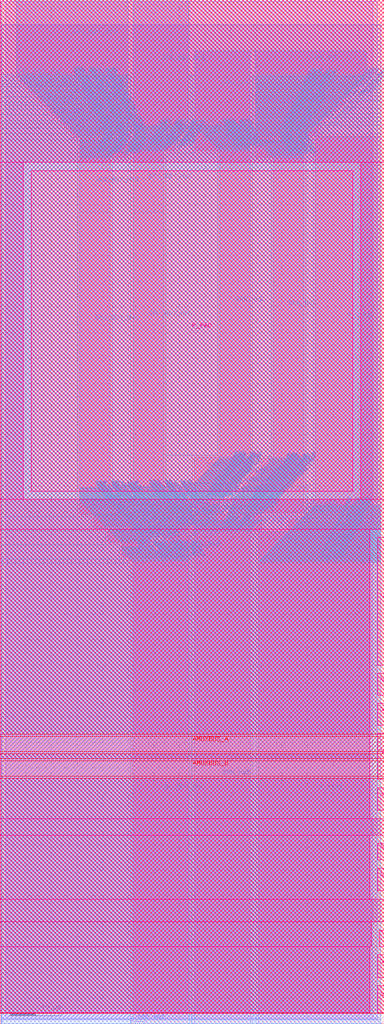
<source format=lef>
# Copyright 2020 The SkyWater PDK Authors
#
# Licensed under the Apache License, Version 2.0 (the "License");
# you may not use this file except in compliance with the License.
# You may obtain a copy of the License at
#
#     https://www.apache.org/licenses/LICENSE-2.0
#
# Unless required by applicable law or agreed to in writing, software
# distributed under the License is distributed on an "AS IS" BASIS,
# WITHOUT WARRANTIES OR CONDITIONS OF ANY KIND, either express or implied.
# See the License for the specific language governing permissions and
# limitations under the License.
#
# SPDX-License-Identifier: Apache-2.0

VERSION 5.7 ;
  NOWIREEXTENSIONATPIN ON ;
  DIVIDERCHAR "/" ;
  BUSBITCHARS "[]" ;
MACRO sky130_fd_io__top_power_hvc_wpad
  CLASS PAD ;
  FOREIGN sky130_fd_io__top_power_hvc_wpad ;
  ORIGIN  0.000000  0.000000 ;
  SIZE  75.00000 BY  200.0000 ;
  SYMMETRY R90 ;
  PIN AMUXBUS_A
    DIRECTION INOUT ;
    USE SIGNAL ;
    PORT
      LAYER met4 ;
        RECT 0.000000 53.125000 75.000000 56.105000 ;
    END
  END AMUXBUS_A
  PIN AMUXBUS_B
    DIRECTION INOUT ;
    USE SIGNAL ;
    PORT
      LAYER met4 ;
        RECT 0.000000 48.365000 75.000000 51.345000 ;
    END
  END AMUXBUS_B
  PIN P_PAD
    DIRECTION INOUT ;
    USE SIGNAL ;
    PORT
      LAYER met5 ;
        RECT 6.100000 104.010000 68.800000 166.625000 ;
    END
  END P_PAD
  PIN DRN_HVC
    DIRECTION INOUT ;
    USE POWER ;
    PORT
      LAYER met3 ;
        RECT 37.890000 0.000000 48.890000 96.150000 ;
    END
    PORT
      LAYER met3 ;
        RECT 37.890000 100.105000 42.840000 100.215000 ;
    END
    PORT
      LAYER met3 ;
        RECT 37.890000 100.215000 42.840000 102.135000 ;
    END
    PORT
      LAYER met3 ;
        RECT 37.890000 102.135000 42.840000 102.285000 ;
    END
    PORT
      LAYER met3 ;
        RECT 37.890000 102.285000 42.990000 102.435000 ;
    END
    PORT
      LAYER met3 ;
        RECT 37.890000 102.435000 43.140000 102.585000 ;
    END
    PORT
      LAYER met3 ;
        RECT 37.890000 102.585000 43.290000 102.735000 ;
    END
    PORT
      LAYER met3 ;
        RECT 37.890000 102.735000 43.440000 102.885000 ;
    END
    PORT
      LAYER met3 ;
        RECT 37.890000 102.885000 43.590000 103.035000 ;
    END
    PORT
      LAYER met3 ;
        RECT 37.890000 103.035000 43.740000 103.185000 ;
    END
    PORT
      LAYER met3 ;
        RECT 37.890000 103.185000 43.890000 103.335000 ;
    END
    PORT
      LAYER met3 ;
        RECT 37.890000 103.335000 44.040000 103.485000 ;
    END
    PORT
      LAYER met3 ;
        RECT 37.890000 103.485000 44.190000 103.635000 ;
    END
    PORT
      LAYER met3 ;
        RECT 37.890000 103.635000 44.340000 103.785000 ;
    END
    PORT
      LAYER met3 ;
        RECT 37.890000 103.785000 44.490000 103.935000 ;
    END
    PORT
      LAYER met3 ;
        RECT 37.890000 103.935000 44.640000 104.085000 ;
    END
    PORT
      LAYER met3 ;
        RECT 37.890000 104.085000 44.790000 104.235000 ;
    END
    PORT
      LAYER met3 ;
        RECT 37.890000 104.235000 44.940000 104.385000 ;
    END
    PORT
      LAYER met3 ;
        RECT 37.890000 104.535000 45.240000 104.685000 ;
    END
    PORT
      LAYER met3 ;
        RECT 37.890000 104.685000 45.390000 104.835000 ;
    END
    PORT
      LAYER met3 ;
        RECT 37.890000 104.835000 45.540000 104.985000 ;
    END
    PORT
      LAYER met3 ;
        RECT 37.890000 104.985000 45.690000 105.135000 ;
    END
    PORT
      LAYER met3 ;
        RECT 37.890000 105.135000 45.840000 105.285000 ;
    END
    PORT
      LAYER met3 ;
        RECT 37.890000 105.285000 45.990000 105.435000 ;
    END
    PORT
      LAYER met3 ;
        RECT 37.890000 105.435000 46.140000 105.585000 ;
    END
    PORT
      LAYER met3 ;
        RECT 37.890000 105.585000 46.290000 105.655000 ;
    END
    PORT
      LAYER met3 ;
        RECT 37.890000 105.655000 42.855000 110.620000 ;
    END
    PORT
      LAYER met3 ;
        RECT 37.890000 96.150000 48.890000 96.300000 ;
    END
    PORT
      LAYER met3 ;
        RECT 37.890000 96.300000 49.040000 96.450000 ;
    END
    PORT
      LAYER met3 ;
        RECT 37.890000 96.450000 49.190000 96.600000 ;
    END
    PORT
      LAYER met3 ;
        RECT 37.890000 96.600000 49.340000 96.750000 ;
    END
    PORT
      LAYER met3 ;
        RECT 37.890000 96.750000 49.490000 96.900000 ;
    END
    PORT
      LAYER met3 ;
        RECT 37.890000 96.900000 49.640000 97.050000 ;
    END
    PORT
      LAYER met3 ;
        RECT 37.890000 97.050000 49.790000 97.200000 ;
    END
    PORT
      LAYER met3 ;
        RECT 37.890000 97.200000 49.940000 97.350000 ;
    END
    PORT
      LAYER met3 ;
        RECT 37.890000 97.350000 50.090000 97.500000 ;
    END
    PORT
      LAYER met3 ;
        RECT 37.890000 97.500000 50.240000 97.650000 ;
    END
    PORT
      LAYER met3 ;
        RECT 37.890000 97.650000 50.390000 97.800000 ;
    END
    PORT
      LAYER met3 ;
        RECT 37.890000 97.800000 50.540000 97.950000 ;
    END
    PORT
      LAYER met3 ;
        RECT 37.890000 97.950000 50.690000 98.100000 ;
    END
    PORT
      LAYER met3 ;
        RECT 37.890000 98.100000 50.840000 98.250000 ;
    END
    PORT
      LAYER met3 ;
        RECT 37.890000 98.300000 51.040000 99.505000 ;
    END
    PORT
      LAYER met3 ;
        RECT 37.890000 99.505000 43.400000 99.655000 ;
    END
    PORT
      LAYER met3 ;
        RECT 37.890000 99.655000 43.250000 99.805000 ;
    END
    PORT
      LAYER met3 ;
        RECT 37.890000 99.805000 43.100000 99.955000 ;
    END
    PORT
      LAYER met3 ;
        RECT 37.965000 170.460000 42.855000 175.350000 ;
    END
    PORT
      LAYER met3 ;
        RECT 37.965000 175.350000 48.855000 190.020000 ;
    END
    PORT
      LAYER met3 ;
        RECT 38.040000 105.655000 46.360000 105.805000 ;
    END
    PORT
      LAYER met3 ;
        RECT 38.055000 175.260000 48.855000 175.350000 ;
    END
    PORT
      LAYER met3 ;
        RECT 38.190000 105.805000 46.510000 105.955000 ;
    END
    PORT
      LAYER met3 ;
        RECT 38.205000 175.110000 48.855000 175.260000 ;
    END
    PORT
      LAYER met3 ;
        RECT 38.355000 174.960000 48.855000 175.110000 ;
    END
    PORT
      LAYER met3 ;
        RECT 38.490000 106.105000 46.810000 106.255000 ;
    END
    PORT
      LAYER met3 ;
        RECT 38.505000 174.810000 48.855000 174.960000 ;
    END
    PORT
      LAYER met3 ;
        RECT 38.640000 106.255000 46.960000 106.405000 ;
    END
    PORT
      LAYER met3 ;
        RECT 38.655000 174.660000 48.855000 174.810000 ;
    END
    PORT
      LAYER met3 ;
        RECT 38.790000 106.405000 47.110000 106.555000 ;
    END
    PORT
      LAYER met3 ;
        RECT 38.805000 174.510000 48.855000 174.660000 ;
    END
    PORT
      LAYER met3 ;
        RECT 38.940000 106.555000 47.260000 106.705000 ;
    END
    PORT
      LAYER met3 ;
        RECT 38.955000 174.360000 48.855000 174.510000 ;
    END
    PORT
      LAYER met3 ;
        RECT 39.090000 106.705000 47.410000 106.855000 ;
    END
    PORT
      LAYER met3 ;
        RECT 39.105000 174.210000 48.855000 174.360000 ;
    END
    PORT
      LAYER met3 ;
        RECT 39.240000 106.855000 47.560000 107.005000 ;
    END
    PORT
      LAYER met3 ;
        RECT 39.255000 174.060000 48.855000 174.210000 ;
    END
    PORT
      LAYER met3 ;
        RECT 39.390000 107.005000 47.710000 107.155000 ;
    END
    PORT
      LAYER met3 ;
        RECT 39.405000 173.910000 48.855000 174.060000 ;
    END
    PORT
      LAYER met3 ;
        RECT 39.540000 107.155000 47.860000 107.305000 ;
    END
    PORT
      LAYER met3 ;
        RECT 39.555000 173.760000 48.855000 173.910000 ;
    END
    PORT
      LAYER met3 ;
        RECT 39.690000 107.305000 48.010000 107.455000 ;
    END
    PORT
      LAYER met3 ;
        RECT 39.705000 173.610000 48.855000 173.760000 ;
    END
    PORT
      LAYER met3 ;
        RECT 39.840000 107.455000 48.160000 107.605000 ;
    END
    PORT
      LAYER met3 ;
        RECT 39.855000 173.460000 48.855000 173.610000 ;
    END
    PORT
      LAYER met3 ;
        RECT 39.990000 107.605000 48.310000 107.755000 ;
    END
    PORT
      LAYER met3 ;
        RECT 40.005000 173.310000 48.855000 173.460000 ;
    END
    PORT
      LAYER met3 ;
        RECT 40.140000 107.755000 48.460000 107.905000 ;
    END
    PORT
      LAYER met3 ;
        RECT 40.155000 173.160000 48.855000 173.310000 ;
    END
    PORT
      LAYER met3 ;
        RECT 40.290000 107.905000 48.610000 108.055000 ;
    END
    PORT
      LAYER met3 ;
        RECT 40.305000 173.010000 48.855000 173.160000 ;
    END
    PORT
      LAYER met3 ;
        RECT 40.455000 172.860000 48.855000 173.010000 ;
    END
    PORT
      LAYER met3 ;
        RECT 40.535000 108.150000 48.855000 108.300000 ;
    END
    PORT
      LAYER met3 ;
        RECT 40.605000 172.710000 48.855000 172.860000 ;
    END
    PORT
      LAYER met3 ;
        RECT 40.685000 108.300000 48.855000 108.450000 ;
    END
    PORT
      LAYER met3 ;
        RECT 40.755000 172.560000 48.855000 172.710000 ;
    END
    PORT
      LAYER met3 ;
        RECT 40.835000 108.450000 48.855000 108.600000 ;
    END
    PORT
      LAYER met3 ;
        RECT 40.905000 172.410000 48.855000 172.560000 ;
    END
    PORT
      LAYER met3 ;
        RECT 40.985000 108.600000 48.855000 108.750000 ;
    END
    PORT
      LAYER met3 ;
        RECT 41.055000 172.260000 48.855000 172.410000 ;
    END
    PORT
      LAYER met3 ;
        RECT 41.135000 108.750000 48.855000 108.900000 ;
    END
    PORT
      LAYER met3 ;
        RECT 41.205000 172.110000 48.855000 172.260000 ;
    END
    PORT
      LAYER met3 ;
        RECT 41.285000 108.900000 48.855000 109.050000 ;
    END
    PORT
      LAYER met3 ;
        RECT 41.355000 171.960000 48.855000 172.110000 ;
    END
    PORT
      LAYER met3 ;
        RECT 41.435000 109.050000 48.855000 109.200000 ;
    END
    PORT
      LAYER met3 ;
        RECT 41.505000 171.810000 48.855000 171.960000 ;
    END
    PORT
      LAYER met3 ;
        RECT 41.585000 109.200000 48.855000 109.350000 ;
    END
    PORT
      LAYER met3 ;
        RECT 41.655000 171.660000 48.855000 171.810000 ;
    END
    PORT
      LAYER met3 ;
        RECT 41.735000 109.350000 48.855000 109.500000 ;
    END
    PORT
      LAYER met3 ;
        RECT 41.805000 171.510000 48.855000 171.660000 ;
    END
    PORT
      LAYER met3 ;
        RECT 41.885000 109.500000 48.855000 109.650000 ;
    END
    PORT
      LAYER met3 ;
        RECT 41.955000 171.360000 48.855000 171.510000 ;
    END
    PORT
      LAYER met3 ;
        RECT 42.035000 109.650000 48.855000 109.800000 ;
    END
    PORT
      LAYER met3 ;
        RECT 42.105000 171.210000 48.855000 171.360000 ;
    END
    PORT
      LAYER met3 ;
        RECT 42.185000 109.800000 48.855000 109.950000 ;
    END
    PORT
      LAYER met3 ;
        RECT 42.255000 171.060000 48.855000 171.210000 ;
    END
    PORT
      LAYER met3 ;
        RECT 42.335000 109.950000 48.855000 110.100000 ;
    END
    PORT
      LAYER met3 ;
        RECT 42.405000 170.910000 48.855000 171.060000 ;
    END
    PORT
      LAYER met3 ;
        RECT 42.485000 110.100000 48.855000 110.250000 ;
    END
    PORT
      LAYER met3 ;
        RECT 42.555000 170.760000 48.855000 170.910000 ;
    END
    PORT
      LAYER met3 ;
        RECT 42.635000 110.250000 48.855000 110.400000 ;
    END
    PORT
      LAYER met3 ;
        RECT 42.840000 102.135000 45.240000 104.535000 ;
    END
    PORT
      LAYER met3 ;
        RECT 42.840000 99.505000 43.550000 100.215000 ;
    END
    PORT
      LAYER met3 ;
        RECT 42.855000 108.150000 48.855000 110.620000 ;
    END
    PORT
      LAYER met3 ;
        RECT 42.855000 110.620000 48.855000 170.460000 ;
    END
    PORT
      LAYER met3 ;
        RECT 42.855000 170.460000 48.855000 170.610000 ;
    END
    PORT
      LAYER met3 ;
        RECT 44.550000 99.505000 45.260000 100.215000 ;
    END
    PORT
      LAYER met3 ;
        RECT 44.655000 99.505000 51.040000 99.610000 ;
    END
    PORT
      LAYER met3 ;
        RECT 44.760000 99.610000 51.040000 99.715000 ;
    END
    PORT
      LAYER met3 ;
        RECT 44.910000 99.715000 51.040000 99.865000 ;
    END
    PORT
      LAYER met3 ;
        RECT 45.060000 99.865000 51.190000 100.015000 ;
    END
    PORT
      LAYER met3 ;
        RECT 45.240000 104.535000 46.715000 106.010000 ;
    END
    PORT
      LAYER met3 ;
        RECT 45.260000 100.165000 51.490000 100.215000 ;
    END
    PORT
      LAYER met3 ;
        RECT 45.260000 100.215000 51.540000 100.365000 ;
    END
    PORT
      LAYER met3 ;
        RECT 45.260000 100.365000 51.690000 100.515000 ;
    END
    PORT
      LAYER met3 ;
        RECT 45.260000 100.515000 51.840000 100.665000 ;
    END
    PORT
      LAYER met3 ;
        RECT 45.260000 100.665000 51.990000 100.815000 ;
    END
    PORT
      LAYER met3 ;
        RECT 45.260000 100.815000 52.140000 100.965000 ;
    END
    PORT
      LAYER met3 ;
        RECT 45.260000 100.965000 52.290000 101.115000 ;
    END
    PORT
      LAYER met3 ;
        RECT 45.260000 101.115000 52.440000 101.265000 ;
    END
    PORT
      LAYER met3 ;
        RECT 45.260000 101.265000 52.590000 101.415000 ;
    END
    PORT
      LAYER met3 ;
        RECT 45.260000 101.415000 52.740000 101.565000 ;
    END
    PORT
      LAYER met3 ;
        RECT 45.260000 101.565000 52.890000 101.715000 ;
    END
    PORT
      LAYER met3 ;
        RECT 45.260000 101.715000 53.040000 101.865000 ;
    END
    PORT
      LAYER met3 ;
        RECT 45.260000 101.865000 53.190000 102.015000 ;
    END
    PORT
      LAYER met3 ;
        RECT 45.260000 102.015000 53.340000 102.165000 ;
    END
    PORT
      LAYER met3 ;
        RECT 45.260000 102.165000 53.490000 102.315000 ;
    END
    PORT
      LAYER met3 ;
        RECT 45.260000 102.315000 53.640000 102.415000 ;
    END
    PORT
      LAYER met3 ;
        RECT 45.260000 102.415000 47.380000 104.535000 ;
    END
    PORT
      LAYER met3 ;
        RECT 45.410000 102.415000 53.740000 102.565000 ;
    END
    PORT
      LAYER met3 ;
        RECT 45.560000 102.565000 53.890000 102.715000 ;
    END
    PORT
      LAYER met3 ;
        RECT 45.710000 102.715000 54.040000 102.865000 ;
    END
    PORT
      LAYER met3 ;
        RECT 45.860000 102.865000 54.190000 103.015000 ;
    END
    PORT
      LAYER met3 ;
        RECT 46.010000 103.015000 54.340000 103.165000 ;
    END
    PORT
      LAYER met3 ;
        RECT 46.160000 103.165000 54.490000 103.315000 ;
    END
    PORT
      LAYER met3 ;
        RECT 46.310000 103.315000 54.640000 103.465000 ;
    END
    PORT
      LAYER met3 ;
        RECT 46.460000 103.465000 54.790000 103.615000 ;
    END
    PORT
      LAYER met3 ;
        RECT 46.610000 103.615000 54.940000 103.765000 ;
    END
    PORT
      LAYER met3 ;
        RECT 46.715000 106.010000 48.855000 108.150000 ;
    END
    PORT
      LAYER met3 ;
        RECT 46.760000 103.765000 55.090000 103.915000 ;
    END
    PORT
      LAYER met3 ;
        RECT 46.910000 103.915000 55.240000 104.065000 ;
    END
    PORT
      LAYER met3 ;
        RECT 47.060000 104.065000 55.390000 104.215000 ;
    END
    PORT
      LAYER met3 ;
        RECT 47.210000 104.215000 55.540000 104.365000 ;
    END
    PORT
      LAYER met3 ;
        RECT 47.380000 104.535000 48.855000 106.010000 ;
    END
    PORT
      LAYER met3 ;
        RECT 47.510000 104.515000 55.840000 104.665000 ;
    END
    PORT
      LAYER met3 ;
        RECT 47.660000 104.665000 55.990000 104.815000 ;
    END
    PORT
      LAYER met3 ;
        RECT 47.810000 104.815000 56.140000 104.965000 ;
    END
    PORT
      LAYER met3 ;
        RECT 47.960000 104.965000 56.290000 105.115000 ;
    END
    PORT
      LAYER met3 ;
        RECT 48.110000 105.115000 56.440000 105.265000 ;
    END
    PORT
      LAYER met3 ;
        RECT 48.260000 105.265000 56.590000 105.415000 ;
    END
    PORT
      LAYER met3 ;
        RECT 48.410000 105.415000 56.740000 105.565000 ;
    END
    PORT
      LAYER met3 ;
        RECT 48.560000 105.565000 56.890000 105.715000 ;
    END
    PORT
      LAYER met3 ;
        RECT 48.855000 106.010000 50.995000 108.150000 ;
    END
    PORT
      LAYER met3 ;
        RECT 48.860000 105.865000 57.190000 106.015000 ;
    END
    PORT
      LAYER met3 ;
        RECT 48.890000 96.150000 51.040000 98.300000 ;
    END
    PORT
      LAYER met3 ;
        RECT 49.010000 106.015000 57.340000 106.165000 ;
    END
    PORT
      LAYER met3 ;
        RECT 49.160000 106.165000 57.490000 106.315000 ;
    END
    PORT
      LAYER met3 ;
        RECT 49.310000 106.315000 57.640000 106.465000 ;
    END
    PORT
      LAYER met3 ;
        RECT 49.460000 106.465000 57.790000 106.615000 ;
    END
    PORT
      LAYER met3 ;
        RECT 49.610000 106.615000 57.940000 106.765000 ;
    END
    PORT
      LAYER met3 ;
        RECT 49.760000 106.765000 58.090000 106.915000 ;
    END
    PORT
      LAYER met3 ;
        RECT 49.775000 169.135000 53.285000 172.645000 ;
    END
    PORT
      LAYER met3 ;
        RECT 49.775000 172.645000 59.285000 173.020000 ;
    END
    PORT
      LAYER met3 ;
        RECT 49.775000 172.645000 59.285000 173.320000 ;
    END
    PORT
      LAYER met3 ;
        RECT 49.775000 173.320000 59.585000 173.470000 ;
    END
    PORT
      LAYER met3 ;
        RECT 49.775000 173.470000 59.735000 173.620000 ;
    END
    PORT
      LAYER met3 ;
        RECT 49.775000 173.620000 59.885000 173.770000 ;
    END
    PORT
      LAYER met3 ;
        RECT 49.775000 173.770000 60.035000 173.920000 ;
    END
    PORT
      LAYER met3 ;
        RECT 49.775000 173.920000 60.185000 174.070000 ;
    END
    PORT
      LAYER met3 ;
        RECT 49.775000 174.070000 60.335000 174.220000 ;
    END
    PORT
      LAYER met3 ;
        RECT 49.775000 174.220000 60.485000 174.370000 ;
    END
    PORT
      LAYER met3 ;
        RECT 49.775000 174.370000 60.635000 174.520000 ;
    END
    PORT
      LAYER met3 ;
        RECT 49.775000 174.520000 60.785000 174.670000 ;
    END
    PORT
      LAYER met3 ;
        RECT 49.775000 174.670000 60.935000 174.820000 ;
    END
    PORT
      LAYER met3 ;
        RECT 49.775000 174.820000 61.085000 174.970000 ;
    END
    PORT
      LAYER met3 ;
        RECT 49.775000 174.970000 61.235000 175.120000 ;
    END
    PORT
      LAYER met3 ;
        RECT 49.775000 175.120000 61.385000 175.270000 ;
    END
    PORT
      LAYER met3 ;
        RECT 49.775000 175.270000 61.535000 175.420000 ;
    END
    PORT
      LAYER met3 ;
        RECT 49.775000 175.420000 61.685000 175.570000 ;
    END
    PORT
      LAYER met3 ;
        RECT 49.775000 175.570000 61.835000 175.720000 ;
    END
    PORT
      LAYER met3 ;
        RECT 49.775000 175.720000 61.985000 175.870000 ;
    END
    PORT
      LAYER met3 ;
        RECT 49.775000 176.020000 62.285000 176.170000 ;
    END
    PORT
      LAYER met3 ;
        RECT 49.775000 176.170000 62.435000 176.320000 ;
    END
    PORT
      LAYER met3 ;
        RECT 49.775000 176.320000 62.585000 176.470000 ;
    END
    PORT
      LAYER met3 ;
        RECT 49.775000 176.620000 62.885000 176.770000 ;
    END
    PORT
      LAYER met3 ;
        RECT 49.775000 176.770000 63.035000 176.920000 ;
    END
    PORT
      LAYER met3 ;
        RECT 49.775000 176.920000 63.185000 177.070000 ;
    END
    PORT
      LAYER met3 ;
        RECT 49.775000 177.070000 63.335000 177.220000 ;
    END
    PORT
      LAYER met3 ;
        RECT 49.775000 177.370000 63.635000 177.520000 ;
    END
    PORT
      LAYER met3 ;
        RECT 49.775000 177.520000 63.785000 177.670000 ;
    END
    PORT
      LAYER met3 ;
        RECT 49.775000 177.670000 63.935000 177.820000 ;
    END
    PORT
      LAYER met3 ;
        RECT 49.775000 177.820000 64.085000 177.970000 ;
    END
    PORT
      LAYER met3 ;
        RECT 49.775000 177.970000 64.235000 178.120000 ;
    END
    PORT
      LAYER met3 ;
        RECT 49.775000 178.270000 64.535000 178.420000 ;
    END
    PORT
      LAYER met3 ;
        RECT 49.775000 178.420000 64.685000 178.570000 ;
    END
    PORT
      LAYER met3 ;
        RECT 49.775000 178.570000 64.835000 178.720000 ;
    END
    PORT
      LAYER met3 ;
        RECT 49.775000 178.720000 64.985000 178.870000 ;
    END
    PORT
      LAYER met3 ;
        RECT 49.775000 178.870000 65.135000 179.020000 ;
    END
    PORT
      LAYER met3 ;
        RECT 49.775000 179.020000 65.285000 179.170000 ;
    END
    PORT
      LAYER met3 ;
        RECT 49.775000 179.170000 65.435000 179.320000 ;
    END
    PORT
      LAYER met3 ;
        RECT 49.775000 179.470000 65.735000 179.620000 ;
    END
    PORT
      LAYER met3 ;
        RECT 49.775000 179.620000 65.885000 179.770000 ;
    END
    PORT
      LAYER met3 ;
        RECT 49.775000 179.770000 66.035000 179.920000 ;
    END
    PORT
      LAYER met3 ;
        RECT 49.775000 179.920000 66.185000 180.070000 ;
    END
    PORT
      LAYER met3 ;
        RECT 49.775000 180.070000 66.335000 180.220000 ;
    END
    PORT
      LAYER met3 ;
        RECT 49.775000 180.220000 66.485000 180.370000 ;
    END
    PORT
      LAYER met3 ;
        RECT 49.775000 180.370000 66.635000 180.520000 ;
    END
    PORT
      LAYER met3 ;
        RECT 49.775000 180.670000 66.935000 180.820000 ;
    END
    PORT
      LAYER met3 ;
        RECT 49.775000 180.970000 67.235000 181.120000 ;
    END
    PORT
      LAYER met3 ;
        RECT 49.775000 181.120000 67.385000 181.270000 ;
    END
    PORT
      LAYER met3 ;
        RECT 49.775000 181.270000 67.535000 181.420000 ;
    END
    PORT
      LAYER met3 ;
        RECT 49.775000 181.420000 67.685000 181.570000 ;
    END
    PORT
      LAYER met3 ;
        RECT 49.775000 181.720000 67.985000 181.870000 ;
    END
    PORT
      LAYER met3 ;
        RECT 49.775000 181.870000 68.135000 182.020000 ;
    END
    PORT
      LAYER met3 ;
        RECT 49.775000 182.020000 68.285000 182.170000 ;
    END
    PORT
      LAYER met3 ;
        RECT 49.775000 182.320000 68.585000 182.470000 ;
    END
    PORT
      LAYER met3 ;
        RECT 49.775000 182.470000 68.735000 182.620000 ;
    END
    PORT
      LAYER met3 ;
        RECT 49.775000 182.620000 68.885000 182.770000 ;
    END
    PORT
      LAYER met3 ;
        RECT 49.775000 182.920000 69.185000 183.070000 ;
    END
    PORT
      LAYER met3 ;
        RECT 49.775000 183.070000 69.335000 183.220000 ;
    END
    PORT
      LAYER met3 ;
        RECT 49.775000 183.220000 69.485000 183.370000 ;
    END
    PORT
      LAYER met3 ;
        RECT 49.775000 183.520000 69.785000 183.670000 ;
    END
    PORT
      LAYER met3 ;
        RECT 49.775000 183.670000 69.935000 183.820000 ;
    END
    PORT
      LAYER met3 ;
        RECT 49.775000 183.820000 70.085000 183.970000 ;
    END
    PORT
      LAYER met3 ;
        RECT 49.775000 183.970000 70.235000 184.120000 ;
    END
    PORT
      LAYER met3 ;
        RECT 49.775000 184.270000 70.535000 184.420000 ;
    END
    PORT
      LAYER met3 ;
        RECT 49.775000 184.420000 70.685000 184.570000 ;
    END
    PORT
      LAYER met3 ;
        RECT 49.775000 184.720000 70.985000 184.870000 ;
    END
    PORT
      LAYER met3 ;
        RECT 49.775000 184.870000 71.135000 185.020000 ;
    END
    PORT
      LAYER met3 ;
        RECT 49.775000 185.020000 71.285000 185.170000 ;
    END
    PORT
      LAYER met3 ;
        RECT 49.775000 185.360000 71.625000 190.040000 ;
    END
    PORT
      LAYER met3 ;
        RECT 49.835000 172.585000 59.285000 172.645000 ;
    END
    PORT
      LAYER met3 ;
        RECT 49.910000 106.915000 58.240000 107.065000 ;
    END
    PORT
      LAYER met3 ;
        RECT 49.985000 172.435000 59.285000 172.585000 ;
    END
    PORT
      LAYER met3 ;
        RECT 50.060000 107.065000 58.390000 107.215000 ;
    END
    PORT
      LAYER met3 ;
        RECT 50.135000 172.285000 59.285000 172.435000 ;
    END
    PORT
      LAYER met3 ;
        RECT 50.210000 107.215000 58.540000 107.365000 ;
    END
    PORT
      LAYER met3 ;
        RECT 50.285000 172.135000 59.285000 172.285000 ;
    END
    PORT
      LAYER met3 ;
        RECT 50.360000 107.365000 58.690000 107.515000 ;
    END
    PORT
      LAYER met3 ;
        RECT 50.435000 171.985000 59.285000 172.135000 ;
    END
    PORT
      LAYER met3 ;
        RECT 50.510000 107.515000 58.840000 107.665000 ;
    END
    PORT
      LAYER met3 ;
        RECT 50.585000 171.835000 59.285000 171.985000 ;
    END
    PORT
      LAYER met3 ;
        RECT 50.660000 107.665000 58.990000 107.815000 ;
    END
    PORT
      LAYER met3 ;
        RECT 50.735000 171.685000 59.285000 171.835000 ;
    END
    PORT
      LAYER met3 ;
        RECT 50.885000 171.535000 59.285000 171.685000 ;
    END
    PORT
      LAYER met3 ;
        RECT 50.995000 108.150000 53.285000 110.440000 ;
    END
    PORT
      LAYER met3 ;
        RECT 51.035000 171.385000 59.285000 171.535000 ;
    END
    PORT
      LAYER met3 ;
        RECT 51.040000 99.715000 59.285000 107.960000 ;
    END
    PORT
      LAYER met3 ;
        RECT 51.105000 108.110000 59.285000 108.260000 ;
    END
    PORT
      LAYER met3 ;
        RECT 51.185000 171.235000 59.285000 171.385000 ;
    END
    PORT
      LAYER met3 ;
        RECT 51.255000 108.260000 59.285000 108.410000 ;
    END
    PORT
      LAYER met3 ;
        RECT 51.335000 171.085000 59.285000 171.235000 ;
    END
    PORT
      LAYER met3 ;
        RECT 51.405000 108.410000 59.285000 108.560000 ;
    END
    PORT
      LAYER met3 ;
        RECT 51.485000 170.935000 59.285000 171.085000 ;
    END
    PORT
      LAYER met3 ;
        RECT 51.555000 108.560000 59.285000 108.710000 ;
    END
    PORT
      LAYER met3 ;
        RECT 51.635000 170.785000 59.285000 170.935000 ;
    END
    PORT
      LAYER met3 ;
        RECT 51.705000 108.710000 59.285000 108.860000 ;
    END
    PORT
      LAYER met3 ;
        RECT 51.785000 170.635000 59.285000 170.785000 ;
    END
    PORT
      LAYER met3 ;
        RECT 51.855000 108.860000 59.285000 109.010000 ;
    END
    PORT
      LAYER met3 ;
        RECT 51.935000 170.485000 59.285000 170.635000 ;
    END
    PORT
      LAYER met3 ;
        RECT 52.005000 109.010000 59.285000 109.160000 ;
    END
    PORT
      LAYER met3 ;
        RECT 52.085000 170.335000 59.285000 170.485000 ;
    END
    PORT
      LAYER met3 ;
        RECT 52.155000 109.160000 59.285000 109.310000 ;
    END
    PORT
      LAYER met3 ;
        RECT 52.235000 170.185000 59.285000 170.335000 ;
    END
    PORT
      LAYER met3 ;
        RECT 52.305000 109.310000 59.285000 109.460000 ;
    END
    PORT
      LAYER met3 ;
        RECT 52.385000 170.035000 59.285000 170.185000 ;
    END
    PORT
      LAYER met3 ;
        RECT 52.455000 109.460000 59.285000 109.610000 ;
    END
    PORT
      LAYER met3 ;
        RECT 52.535000 169.885000 59.285000 170.035000 ;
    END
    PORT
      LAYER met3 ;
        RECT 52.605000 109.610000 59.285000 109.760000 ;
    END
    PORT
      LAYER met3 ;
        RECT 52.685000 169.735000 59.285000 169.885000 ;
    END
    PORT
      LAYER met3 ;
        RECT 52.755000 109.760000 59.285000 109.910000 ;
    END
    PORT
      LAYER met3 ;
        RECT 52.835000 169.585000 59.285000 169.735000 ;
    END
    PORT
      LAYER met3 ;
        RECT 52.905000 109.910000 59.285000 110.060000 ;
    END
    PORT
      LAYER met3 ;
        RECT 52.985000 169.435000 59.285000 169.585000 ;
    END
    PORT
      LAYER met3 ;
        RECT 53.055000 110.060000 59.285000 110.210000 ;
    END
    PORT
      LAYER met3 ;
        RECT 53.285000 107.960000 59.285000 110.440000 ;
    END
    PORT
      LAYER met3 ;
        RECT 53.285000 110.440000 59.285000 169.135000 ;
    END
    PORT
      LAYER met3 ;
        RECT 53.285000 169.135000 59.285000 169.285000 ;
    END
    PORT
      LAYER met3 ;
        RECT 59.285000 173.020000 59.585000 173.320000 ;
    END
    PORT
      LAYER met3 ;
        RECT 59.585000 173.320000 62.165000 175.900000 ;
    END
    PORT
      LAYER met3 ;
        RECT 62.165000 175.900000 62.835000 176.570000 ;
    END
    PORT
      LAYER met3 ;
        RECT 62.835000 176.570000 63.625000 177.360000 ;
    END
    PORT
      LAYER met3 ;
        RECT 63.625000 177.360000 64.430000 178.165000 ;
    END
    PORT
      LAYER met3 ;
        RECT 64.430000 178.165000 65.605000 179.340000 ;
    END
    PORT
      LAYER met3 ;
        RECT 65.605000 179.340000 66.805000 180.540000 ;
    END
    PORT
      LAYER met3 ;
        RECT 66.805000 180.540000 67.180000 180.915000 ;
    END
    PORT
      LAYER met3 ;
        RECT 67.180000 180.915000 67.915000 181.650000 ;
    END
    PORT
      LAYER met3 ;
        RECT 67.915000 181.650000 68.585000 182.320000 ;
    END
    PORT
      LAYER met3 ;
        RECT 68.585000 182.320000 69.055000 182.790000 ;
    END
    PORT
      LAYER met3 ;
        RECT 69.055000 182.790000 69.655000 183.390000 ;
    END
    PORT
      LAYER met3 ;
        RECT 69.655000 183.390000 70.405000 184.140000 ;
    END
    PORT
      LAYER met3 ;
        RECT 70.405000 184.140000 70.900000 184.635000 ;
    END
    PORT
      LAYER met3 ;
        RECT 70.900000 184.635000 71.530000 185.265000 ;
    END
    PORT
      LAYER met3 ;
        RECT 71.530000 185.265000 71.625000 185.360000 ;
    END
  END DRN_HVC
  PIN OGC_HVC
    DIRECTION INOUT ;
    USE POWER ;
    PORT
      LAYER met2 ;
        RECT 25.895000 0.000000 27.895000 0.535000 ;
    END
  END OGC_HVC
  PIN P_CORE
    DIRECTION INOUT ;
    USE POWER ;
    PORT
      LAYER met3 ;
        RECT 50.390000 0.000000 74.290000 90.185000 ;
    END
    PORT
      LAYER met3 ;
        RECT 50.390000 90.185000 56.355000 96.150000 ;
    END
    PORT
      LAYER met3 ;
        RECT 50.540000 90.185000 74.290000 90.335000 ;
    END
    PORT
      LAYER met3 ;
        RECT 50.690000 90.335000 74.290000 90.485000 ;
    END
    PORT
      LAYER met3 ;
        RECT 50.840000 90.485000 74.290000 90.635000 ;
    END
    PORT
      LAYER met3 ;
        RECT 50.990000 90.635000 74.290000 90.785000 ;
    END
    PORT
      LAYER met3 ;
        RECT 51.140000 90.785000 74.290000 90.935000 ;
    END
    PORT
      LAYER met3 ;
        RECT 51.290000 90.935000 74.290000 91.085000 ;
    END
    PORT
      LAYER met3 ;
        RECT 51.440000 91.085000 74.290000 91.235000 ;
    END
    PORT
      LAYER met3 ;
        RECT 51.590000 91.235000 74.290000 91.385000 ;
    END
    PORT
      LAYER met3 ;
        RECT 51.740000 91.385000 74.290000 91.535000 ;
    END
    PORT
      LAYER met3 ;
        RECT 51.890000 91.535000 74.290000 91.685000 ;
    END
    PORT
      LAYER met3 ;
        RECT 52.040000 91.685000 74.290000 91.835000 ;
    END
    PORT
      LAYER met3 ;
        RECT 52.190000 91.835000 74.290000 91.985000 ;
    END
    PORT
      LAYER met3 ;
        RECT 52.340000 91.985000 74.290000 92.135000 ;
    END
    PORT
      LAYER met3 ;
        RECT 52.490000 92.135000 74.290000 92.285000 ;
    END
    PORT
      LAYER met3 ;
        RECT 52.640000 92.285000 74.290000 92.435000 ;
    END
    PORT
      LAYER met3 ;
        RECT 52.790000 92.435000 74.290000 92.585000 ;
    END
    PORT
      LAYER met3 ;
        RECT 52.940000 92.585000 74.290000 92.735000 ;
    END
    PORT
      LAYER met3 ;
        RECT 53.090000 92.735000 74.290000 92.885000 ;
    END
    PORT
      LAYER met3 ;
        RECT 53.240000 92.885000 74.290000 93.035000 ;
    END
    PORT
      LAYER met3 ;
        RECT 53.390000 93.035000 74.290000 93.185000 ;
    END
    PORT
      LAYER met3 ;
        RECT 53.540000 93.185000 74.290000 93.335000 ;
    END
    PORT
      LAYER met3 ;
        RECT 53.690000 93.335000 74.290000 93.485000 ;
    END
    PORT
      LAYER met3 ;
        RECT 53.840000 93.485000 74.290000 93.635000 ;
    END
    PORT
      LAYER met3 ;
        RECT 53.990000 93.635000 74.290000 93.785000 ;
    END
    PORT
      LAYER met3 ;
        RECT 54.140000 93.785000 74.290000 93.935000 ;
    END
    PORT
      LAYER met3 ;
        RECT 54.290000 93.935000 74.290000 94.085000 ;
    END
    PORT
      LAYER met3 ;
        RECT 54.440000 94.085000 74.290000 94.235000 ;
    END
    PORT
      LAYER met3 ;
        RECT 54.590000 94.235000 74.290000 94.385000 ;
    END
    PORT
      LAYER met3 ;
        RECT 54.740000 94.385000 74.290000 94.535000 ;
    END
    PORT
      LAYER met3 ;
        RECT 54.890000 94.535000 74.290000 94.685000 ;
    END
    PORT
      LAYER met3 ;
        RECT 55.040000 94.685000 74.290000 94.835000 ;
    END
    PORT
      LAYER met3 ;
        RECT 55.190000 94.835000 74.290000 94.985000 ;
    END
    PORT
      LAYER met3 ;
        RECT 55.340000 94.985000 74.290000 95.135000 ;
    END
    PORT
      LAYER met3 ;
        RECT 55.490000 95.135000 74.290000 95.285000 ;
    END
    PORT
      LAYER met3 ;
        RECT 55.640000 95.285000 74.290000 95.435000 ;
    END
    PORT
      LAYER met3 ;
        RECT 55.790000 95.435000 74.290000 95.585000 ;
    END
    PORT
      LAYER met3 ;
        RECT 55.940000 95.585000 74.290000 95.735000 ;
    END
    PORT
      LAYER met3 ;
        RECT 56.090000 95.735000 74.290000 95.885000 ;
    END
    PORT
      LAYER met3 ;
        RECT 56.355000 96.150000 58.765000 98.560000 ;
    END
    PORT
      LAYER met3 ;
        RECT 56.390000 96.035000 74.290000 96.185000 ;
    END
    PORT
      LAYER met3 ;
        RECT 56.540000 96.185000 74.290000 96.335000 ;
    END
    PORT
      LAYER met3 ;
        RECT 56.690000 96.335000 74.290000 96.485000 ;
    END
    PORT
      LAYER met3 ;
        RECT 56.840000 96.485000 74.290000 96.635000 ;
    END
    PORT
      LAYER met3 ;
        RECT 56.990000 96.635000 74.290000 96.785000 ;
    END
    PORT
      LAYER met3 ;
        RECT 57.140000 96.785000 74.290000 96.935000 ;
    END
    PORT
      LAYER met3 ;
        RECT 57.290000 96.935000 74.290000 97.085000 ;
    END
    PORT
      LAYER met3 ;
        RECT 57.440000 97.085000 74.290000 97.235000 ;
    END
    PORT
      LAYER met3 ;
        RECT 57.590000 97.235000 74.290000 97.385000 ;
    END
    PORT
      LAYER met3 ;
        RECT 57.740000 97.385000 74.290000 97.535000 ;
    END
    PORT
      LAYER met3 ;
        RECT 57.890000 97.535000 74.290000 97.685000 ;
    END
    PORT
      LAYER met3 ;
        RECT 58.040000 97.685000 74.290000 97.835000 ;
    END
    PORT
      LAYER met3 ;
        RECT 58.190000 97.835000 74.290000 97.985000 ;
    END
    PORT
      LAYER met3 ;
        RECT 58.340000 97.985000 74.290000 98.135000 ;
    END
    PORT
      LAYER met3 ;
        RECT 58.490000 98.135000 74.290000 98.285000 ;
    END
    PORT
      LAYER met3 ;
        RECT 58.765000 98.560000 59.425000 99.220000 ;
    END
    PORT
      LAYER met3 ;
        RECT 58.790000 98.435000 74.290000 98.585000 ;
    END
    PORT
      LAYER met3 ;
        RECT 58.940000 98.585000 74.290000 98.735000 ;
    END
    PORT
      LAYER met3 ;
        RECT 59.090000 98.735000 74.290000 98.885000 ;
    END
    PORT
      LAYER met3 ;
        RECT 59.240000 98.885000 74.290000 99.035000 ;
    END
    PORT
      LAYER met3 ;
        RECT 59.425000 99.220000 60.135000 99.930000 ;
    END
    PORT
      LAYER met3 ;
        RECT 59.540000 99.185000 74.290000 99.335000 ;
    END
    PORT
      LAYER met3 ;
        RECT 59.690000 99.335000 74.290000 99.485000 ;
    END
    PORT
      LAYER met3 ;
        RECT 59.840000 99.485000 74.290000 99.635000 ;
    END
    PORT
      LAYER met3 ;
        RECT 60.135000 99.930000 60.550000 100.345000 ;
    END
    PORT
      LAYER met3 ;
        RECT 60.140000 99.785000 74.290000 99.935000 ;
    END
    PORT
      LAYER met3 ;
        RECT 60.290000 99.935000 74.290000 100.085000 ;
    END
    PORT
      LAYER met3 ;
        RECT 60.550000 100.345000 61.500000 101.295000 ;
    END
    PORT
      LAYER met3 ;
        RECT 60.590000 100.235000 74.290000 100.385000 ;
    END
    PORT
      LAYER met3 ;
        RECT 60.740000 100.385000 74.290000 100.535000 ;
    END
    PORT
      LAYER met3 ;
        RECT 60.890000 100.535000 74.290000 100.685000 ;
    END
    PORT
      LAYER met3 ;
        RECT 61.040000 100.685000 74.290000 100.835000 ;
    END
    PORT
      LAYER met3 ;
        RECT 61.190000 100.835000 74.290000 100.985000 ;
    END
    PORT
      LAYER met3 ;
        RECT 61.340000 100.985000 74.290000 101.135000 ;
    END
    PORT
      LAYER met3 ;
        RECT 61.500000 101.285000 74.290000 101.295000 ;
    END
    PORT
      LAYER met3 ;
        RECT 61.500000 101.295000 74.290000 173.320000 ;
    END
  END P_CORE
  PIN SRC_BDY_HVC
    DIRECTION INOUT ;
    USE GROUND ;
    PORT
      LAYER met3 ;
        RECT 10.100000 178.420000 25.010000 178.570000 ;
    END
    PORT
      LAYER met3 ;
        RECT 10.250000 178.270000 25.010000 178.420000 ;
    END
    PORT
      LAYER met3 ;
        RECT 10.550000 176.810000 11.710000 177.970000 ;
    END
    PORT
      LAYER met3 ;
        RECT 10.550000 177.970000 25.010000 178.120000 ;
    END
    PORT
      LAYER met3 ;
        RECT 10.700000 177.820000 25.010000 177.970000 ;
    END
    PORT
      LAYER met3 ;
        RECT 10.850000 177.670000 25.010000 177.820000 ;
    END
    PORT
      LAYER met3 ;
        RECT 11.000000 177.520000 25.010000 177.670000 ;
    END
    PORT
      LAYER met3 ;
        RECT 11.150000 177.370000 25.010000 177.520000 ;
    END
    PORT
      LAYER met3 ;
        RECT 11.300000 177.220000 25.010000 177.370000 ;
    END
    PORT
      LAYER met3 ;
        RECT 11.450000 177.070000 25.010000 177.220000 ;
    END
    PORT
      LAYER met3 ;
        RECT 11.710000 176.170000 12.350000 176.810000 ;
    END
    PORT
      LAYER met3 ;
        RECT 11.750000 176.770000 25.010000 176.920000 ;
    END
    PORT
      LAYER met3 ;
        RECT 11.900000 176.620000 25.010000 176.770000 ;
    END
    PORT
      LAYER met3 ;
        RECT 12.050000 176.470000 25.010000 176.620000 ;
    END
    PORT
      LAYER met3 ;
        RECT 12.350000 175.270000 13.250000 176.170000 ;
    END
    PORT
      LAYER met3 ;
        RECT 12.350000 176.170000 25.010000 176.320000 ;
    END
    PORT
      LAYER met3 ;
        RECT 12.500000 176.020000 25.010000 176.170000 ;
    END
    PORT
      LAYER met3 ;
        RECT 12.650000 175.870000 25.010000 176.020000 ;
    END
    PORT
      LAYER met3 ;
        RECT 12.800000 175.720000 25.010000 175.870000 ;
    END
    PORT
      LAYER met3 ;
        RECT 12.950000 175.570000 25.010000 175.720000 ;
    END
    PORT
      LAYER met3 ;
        RECT 13.250000 174.220000 14.300000 175.270000 ;
    END
    PORT
      LAYER met3 ;
        RECT 13.250000 175.270000 25.010000 175.420000 ;
    END
    PORT
      LAYER met3 ;
        RECT 13.400000 175.120000 25.010000 175.270000 ;
    END
    PORT
      LAYER met3 ;
        RECT 13.550000 174.970000 25.010000 175.120000 ;
    END
    PORT
      LAYER met3 ;
        RECT 13.700000 174.820000 25.010000 174.970000 ;
    END
    PORT
      LAYER met3 ;
        RECT 13.850000 174.670000 25.010000 174.820000 ;
    END
    PORT
      LAYER met3 ;
        RECT 14.000000 174.520000 25.010000 174.670000 ;
    END
    PORT
      LAYER met3 ;
        RECT 14.300000 173.020000 15.500000 174.220000 ;
    END
    PORT
      LAYER met3 ;
        RECT 14.300000 174.220000 25.010000 174.370000 ;
    END
    PORT
      LAYER met3 ;
        RECT 14.450000 174.070000 25.010000 174.220000 ;
    END
    PORT
      LAYER met3 ;
        RECT 14.600000 173.920000 25.010000 174.070000 ;
    END
    PORT
      LAYER met3 ;
        RECT 14.750000 173.770000 25.010000 173.920000 ;
    END
    PORT
      LAYER met3 ;
        RECT 14.900000 173.620000 25.010000 173.770000 ;
    END
    PORT
      LAYER met3 ;
        RECT 15.050000 173.470000 25.010000 173.620000 ;
    END
    PORT
      LAYER met3 ;
        RECT 15.200000 173.320000 25.010000 173.470000 ;
    END
    PORT
      LAYER met3 ;
        RECT 15.500000 102.200000 23.830000 102.350000 ;
    END
    PORT
      LAYER met3 ;
        RECT 15.500000 102.350000 23.680000 102.500000 ;
    END
    PORT
      LAYER met3 ;
        RECT 15.500000 102.500000 23.530000 102.650000 ;
    END
    PORT
      LAYER met3 ;
        RECT 15.500000 102.650000 23.380000 102.800000 ;
    END
    PORT
      LAYER met3 ;
        RECT 15.500000 102.800000 23.230000 102.950000 ;
    END
    PORT
      LAYER met3 ;
        RECT 15.500000 102.950000 23.080000 103.100000 ;
    END
    PORT
      LAYER met3 ;
        RECT 15.500000 103.100000 22.930000 103.250000 ;
    END
    PORT
      LAYER met3 ;
        RECT 15.500000 103.250000 22.780000 103.400000 ;
    END
    PORT
      LAYER met3 ;
        RECT 15.500000 103.400000 22.630000 103.550000 ;
    END
    PORT
      LAYER met3 ;
        RECT 15.500000 103.550000 22.480000 103.700000 ;
    END
    PORT
      LAYER met3 ;
        RECT 15.500000 103.700000 22.330000 103.850000 ;
    END
    PORT
      LAYER met3 ;
        RECT 15.500000 103.850000 22.180000 104.000000 ;
    END
    PORT
      LAYER met3 ;
        RECT 15.500000 104.000000 22.030000 104.150000 ;
    END
    PORT
      LAYER met3 ;
        RECT 15.500000 104.150000 21.880000 104.300000 ;
    END
    PORT
      LAYER met3 ;
        RECT 15.500000 104.300000 21.730000 104.450000 ;
    END
    PORT
      LAYER met3 ;
        RECT 15.500000 104.450000 21.580000 104.600000 ;
    END
    PORT
      LAYER met3 ;
        RECT 15.500000 104.600000 21.500000 104.680000 ;
    END
    PORT
      LAYER met3 ;
        RECT 15.500000 104.680000 21.500000 169.130000 ;
    END
    PORT
      LAYER met3 ;
        RECT 15.500000 158.470000 21.500000 169.280000 ;
    END
    PORT
      LAYER met3 ;
        RECT 15.500000 169.280000 21.650000 169.430000 ;
    END
    PORT
      LAYER met3 ;
        RECT 15.500000 169.430000 21.800000 169.580000 ;
    END
    PORT
      LAYER met3 ;
        RECT 15.500000 169.580000 21.950000 169.730000 ;
    END
    PORT
      LAYER met3 ;
        RECT 15.500000 169.730000 22.100000 169.880000 ;
    END
    PORT
      LAYER met3 ;
        RECT 15.500000 169.880000 22.250000 170.030000 ;
    END
    PORT
      LAYER met3 ;
        RECT 15.500000 170.030000 22.400000 170.180000 ;
    END
    PORT
      LAYER met3 ;
        RECT 15.500000 170.180000 22.550000 170.330000 ;
    END
    PORT
      LAYER met3 ;
        RECT 15.500000 170.330000 22.700000 170.480000 ;
    END
    PORT
      LAYER met3 ;
        RECT 15.500000 170.480000 22.850000 170.630000 ;
    END
    PORT
      LAYER met3 ;
        RECT 15.500000 170.630000 23.000000 170.780000 ;
    END
    PORT
      LAYER met3 ;
        RECT 15.500000 170.780000 23.150000 170.930000 ;
    END
    PORT
      LAYER met3 ;
        RECT 15.500000 170.930000 23.300000 171.080000 ;
    END
    PORT
      LAYER met3 ;
        RECT 15.500000 171.080000 23.450000 171.230000 ;
    END
    PORT
      LAYER met3 ;
        RECT 15.500000 171.230000 23.600000 171.380000 ;
    END
    PORT
      LAYER met3 ;
        RECT 15.500000 171.380000 23.750000 171.530000 ;
    END
    PORT
      LAYER met3 ;
        RECT 15.500000 171.530000 23.900000 171.680000 ;
    END
    PORT
      LAYER met3 ;
        RECT 15.500000 171.680000 24.050000 171.830000 ;
    END
    PORT
      LAYER met3 ;
        RECT 15.500000 171.830000 24.200000 171.980000 ;
    END
    PORT
      LAYER met3 ;
        RECT 15.500000 171.980000 24.350000 172.130000 ;
    END
    PORT
      LAYER met3 ;
        RECT 15.500000 172.130000 24.500000 172.280000 ;
    END
    PORT
      LAYER met3 ;
        RECT 15.500000 172.280000 24.650000 172.430000 ;
    END
    PORT
      LAYER met3 ;
        RECT 15.500000 172.430000 24.800000 172.580000 ;
    END
    PORT
      LAYER met3 ;
        RECT 15.500000 172.640000 25.010000 173.020000 ;
    END
    PORT
      LAYER met3 ;
        RECT 15.500000 173.020000 25.010000 173.170000 ;
    END
    PORT
      LAYER met3 ;
        RECT 15.500000 99.395000 18.305000 102.200000 ;
    END
    PORT
      LAYER met3 ;
        RECT 15.645000 102.055000 23.980000 102.200000 ;
    END
    PORT
      LAYER met3 ;
        RECT 15.795000 101.905000 24.125000 102.055000 ;
    END
    PORT
      LAYER met3 ;
        RECT 15.945000 101.755000 24.275000 101.905000 ;
    END
    PORT
      LAYER met3 ;
        RECT 16.095000 101.605000 24.425000 101.755000 ;
    END
    PORT
      LAYER met3 ;
        RECT 16.245000 101.455000 24.575000 101.605000 ;
    END
    PORT
      LAYER met3 ;
        RECT 16.395000 101.305000 24.725000 101.455000 ;
    END
    PORT
      LAYER met3 ;
        RECT 16.545000 101.155000 24.875000 101.305000 ;
    END
    PORT
      LAYER met3 ;
        RECT 16.695000 101.005000 25.025000 101.155000 ;
    END
    PORT
      LAYER met3 ;
        RECT 16.845000 100.855000 25.175000 101.005000 ;
    END
    PORT
      LAYER met3 ;
        RECT 16.995000 100.705000 25.325000 100.855000 ;
    END
    PORT
      LAYER met3 ;
        RECT 17.145000 100.555000 25.475000 100.705000 ;
    END
    PORT
      LAYER met3 ;
        RECT 17.295000 100.405000 25.625000 100.555000 ;
    END
    PORT
      LAYER met3 ;
        RECT 17.445000 100.255000 25.775000 100.405000 ;
    END
    PORT
      LAYER met3 ;
        RECT 17.745000 99.955000 26.075000 100.105000 ;
    END
    PORT
      LAYER met3 ;
        RECT 17.895000 99.805000 26.225000 99.955000 ;
    END
    PORT
      LAYER met3 ;
        RECT 18.045000 99.655000 26.375000 99.805000 ;
    END
    PORT
      LAYER met3 ;
        RECT 18.305000 96.665000 21.035000 99.395000 ;
    END
    PORT
      LAYER met3 ;
        RECT 18.345000 99.355000 26.675000 99.505000 ;
    END
    PORT
      LAYER met3 ;
        RECT 18.495000 99.205000 26.825000 99.355000 ;
    END
    PORT
      LAYER met3 ;
        RECT 18.645000 99.055000 26.975000 99.205000 ;
    END
    PORT
      LAYER met3 ;
        RECT 18.795000 98.905000 27.125000 99.055000 ;
    END
    PORT
      LAYER met3 ;
        RECT 18.945000 98.755000 27.275000 98.905000 ;
    END
    PORT
      LAYER met3 ;
        RECT 19.095000 98.605000 27.425000 98.755000 ;
    END
    PORT
      LAYER met3 ;
        RECT 19.245000 98.455000 27.575000 98.605000 ;
    END
    PORT
      LAYER met3 ;
        RECT 19.395000 98.305000 27.725000 98.455000 ;
    END
    PORT
      LAYER met3 ;
        RECT 19.545000 98.155000 27.875000 98.305000 ;
    END
    PORT
      LAYER met3 ;
        RECT 19.845000 97.855000 28.175000 98.005000 ;
    END
    PORT
      LAYER met3 ;
        RECT 19.995000 97.705000 28.325000 97.855000 ;
    END
    PORT
      LAYER met3 ;
        RECT 20.145000 97.555000 28.475000 97.705000 ;
    END
    PORT
      LAYER met3 ;
        RECT 20.295000 97.405000 28.625000 97.555000 ;
    END
    PORT
      LAYER met3 ;
        RECT 20.445000 97.255000 28.775000 97.405000 ;
    END
    PORT
      LAYER met3 ;
        RECT 20.595000 97.105000 28.925000 97.255000 ;
    END
    PORT
      LAYER met3 ;
        RECT 20.745000 96.955000 29.075000 97.105000 ;
    END
    PORT
      LAYER met3 ;
        RECT 21.035000 93.955000 23.745000 96.665000 ;
    END
    PORT
      LAYER met3 ;
        RECT 21.195000 96.505000 29.525000 96.655000 ;
    END
    PORT
      LAYER met3 ;
        RECT 21.345000 96.355000 29.525000 96.505000 ;
    END
    PORT
      LAYER met3 ;
        RECT 21.495000 96.205000 29.525000 96.355000 ;
    END
    PORT
      LAYER met3 ;
        RECT 21.500000 100.250000 25.930000 104.680000 ;
    END
    PORT
      LAYER met3 ;
        RECT 21.500000 169.130000 25.010000 172.640000 ;
    END
    PORT
      LAYER met3 ;
        RECT 21.645000 96.055000 29.525000 96.205000 ;
    END
    PORT
      LAYER met3 ;
        RECT 21.795000 95.905000 29.525000 96.055000 ;
    END
    PORT
      LAYER met3 ;
        RECT 21.945000 95.755000 29.525000 95.905000 ;
    END
    PORT
      LAYER met3 ;
        RECT 22.095000 95.605000 29.525000 95.755000 ;
    END
    PORT
      LAYER met3 ;
        RECT 22.245000 95.455000 29.525000 95.605000 ;
    END
    PORT
      LAYER met3 ;
        RECT 22.395000 95.305000 29.525000 95.455000 ;
    END
    PORT
      LAYER met3 ;
        RECT 22.545000 95.155000 29.525000 95.305000 ;
    END
    PORT
      LAYER met3 ;
        RECT 22.695000 95.005000 29.525000 95.155000 ;
    END
    PORT
      LAYER met3 ;
        RECT 22.845000 94.855000 29.525000 95.005000 ;
    END
    PORT
      LAYER met3 ;
        RECT 22.995000 94.705000 29.525000 94.855000 ;
    END
    PORT
      LAYER met3 ;
        RECT 23.145000 94.555000 29.525000 94.705000 ;
    END
    PORT
      LAYER met3 ;
        RECT 23.295000 94.405000 29.525000 94.555000 ;
    END
    PORT
      LAYER met3 ;
        RECT 23.445000 94.255000 29.525000 94.405000 ;
    END
    PORT
      LAYER met3 ;
        RECT 23.745000 91.150000 25.135000 92.540000 ;
    END
    PORT
      LAYER met3 ;
        RECT 23.745000 92.540000 29.525000 96.655000 ;
    END
    PORT
      LAYER met3 ;
        RECT 23.745000 92.540000 29.935000 92.690000 ;
    END
    PORT
      LAYER met3 ;
        RECT 23.745000 92.690000 29.785000 92.840000 ;
    END
    PORT
      LAYER met3 ;
        RECT 23.745000 92.840000 29.635000 92.990000 ;
    END
    PORT
      LAYER met3 ;
        RECT 23.745000 92.990000 29.525000 93.100000 ;
    END
    PORT
      LAYER met3 ;
        RECT 23.745000 93.100000 29.525000 93.955000 ;
    END
    PORT
      LAYER met3 ;
        RECT 23.820000 92.465000 30.085000 92.540000 ;
    END
    PORT
      LAYER met3 ;
        RECT 23.945000 92.340000 36.895000 92.390000 ;
    END
    PORT
      LAYER met3 ;
        RECT 24.095000 92.190000 36.895000 92.340000 ;
    END
    PORT
      LAYER met3 ;
        RECT 24.245000 92.040000 36.895000 92.190000 ;
    END
    PORT
      LAYER met3 ;
        RECT 24.395000 91.890000 36.895000 92.040000 ;
    END
    PORT
      LAYER met3 ;
        RECT 24.545000 91.740000 36.895000 91.890000 ;
    END
    PORT
      LAYER met3 ;
        RECT 24.695000 91.590000 36.895000 91.740000 ;
    END
    PORT
      LAYER met3 ;
        RECT 24.845000 91.440000 36.895000 91.590000 ;
    END
    PORT
      LAYER met3 ;
        RECT 25.135000 90.390000 25.895000 91.150000 ;
    END
    PORT
      LAYER met3 ;
        RECT 25.145000 91.140000 36.895000 91.290000 ;
    END
    PORT
      LAYER met3 ;
        RECT 25.295000 90.990000 36.895000 91.140000 ;
    END
    PORT
      LAYER met3 ;
        RECT 25.445000 90.840000 36.895000 90.990000 ;
    END
    PORT
      LAYER met3 ;
        RECT 25.595000 90.690000 36.895000 90.840000 ;
    END
    PORT
      LAYER met3 ;
        RECT 25.895000 0.000000 36.895000 90.390000 ;
    END
    PORT
      LAYER met3 ;
        RECT 25.895000 90.390000 36.895000 90.540000 ;
    END
    PORT
      LAYER met3 ;
        RECT 25.930000 100.250000 28.070000 102.390000 ;
    END
    PORT
      LAYER met3 ;
        RECT 25.930000 102.390000 34.250000 102.540000 ;
    END
    PORT
      LAYER met3 ;
        RECT 25.930000 102.540000 34.100000 102.690000 ;
    END
    PORT
      LAYER met3 ;
        RECT 25.930000 102.690000 33.950000 102.840000 ;
    END
    PORT
      LAYER met3 ;
        RECT 25.930000 102.840000 33.800000 102.990000 ;
    END
    PORT
      LAYER met3 ;
        RECT 25.930000 102.990000 33.650000 103.140000 ;
    END
    PORT
      LAYER met3 ;
        RECT 25.930000 103.140000 33.500000 103.290000 ;
    END
    PORT
      LAYER met3 ;
        RECT 25.930000 103.290000 33.350000 103.440000 ;
    END
    PORT
      LAYER met3 ;
        RECT 25.930000 103.440000 33.200000 103.590000 ;
    END
    PORT
      LAYER met3 ;
        RECT 25.930000 103.590000 33.050000 103.740000 ;
    END
    PORT
      LAYER met3 ;
        RECT 25.930000 103.740000 32.900000 103.890000 ;
    END
    PORT
      LAYER met3 ;
        RECT 25.930000 103.890000 32.750000 104.040000 ;
    END
    PORT
      LAYER met3 ;
        RECT 25.930000 104.040000 32.600000 104.190000 ;
    END
    PORT
      LAYER met3 ;
        RECT 25.930000 104.190000 32.450000 104.340000 ;
    END
    PORT
      LAYER met3 ;
        RECT 25.930000 104.340000 32.300000 104.490000 ;
    END
    PORT
      LAYER met3 ;
        RECT 25.930000 104.490000 32.150000 104.640000 ;
    END
    PORT
      LAYER met3 ;
        RECT 25.930000 104.640000 32.000000 104.790000 ;
    END
    PORT
      LAYER met3 ;
        RECT 25.930000 104.790000 31.930000 104.860000 ;
    END
    PORT
      LAYER met3 ;
        RECT 25.930000 104.860000 31.930000 170.460000 ;
    END
    PORT
      LAYER met3 ;
        RECT 25.930000 158.470000 31.930000 170.610000 ;
    END
    PORT
      LAYER met3 ;
        RECT 25.930000 170.610000 32.080000 170.760000 ;
    END
    PORT
      LAYER met3 ;
        RECT 25.930000 170.760000 32.230000 170.910000 ;
    END
    PORT
      LAYER met3 ;
        RECT 25.930000 170.910000 32.380000 171.060000 ;
    END
    PORT
      LAYER met3 ;
        RECT 25.930000 171.060000 32.530000 171.210000 ;
    END
    PORT
      LAYER met3 ;
        RECT 25.930000 171.210000 32.680000 171.360000 ;
    END
    PORT
      LAYER met3 ;
        RECT 25.930000 171.360000 32.830000 171.510000 ;
    END
    PORT
      LAYER met3 ;
        RECT 25.930000 171.510000 32.980000 171.660000 ;
    END
    PORT
      LAYER met3 ;
        RECT 25.930000 171.660000 33.130000 171.810000 ;
    END
    PORT
      LAYER met3 ;
        RECT 25.930000 171.810000 33.280000 171.960000 ;
    END
    PORT
      LAYER met3 ;
        RECT 25.930000 171.960000 33.430000 172.110000 ;
    END
    PORT
      LAYER met3 ;
        RECT 25.930000 172.110000 33.580000 172.260000 ;
    END
    PORT
      LAYER met3 ;
        RECT 25.930000 172.260000 33.730000 172.410000 ;
    END
    PORT
      LAYER met3 ;
        RECT 25.930000 172.410000 33.880000 172.560000 ;
    END
    PORT
      LAYER met3 ;
        RECT 25.930000 172.560000 34.030000 172.710000 ;
    END
    PORT
      LAYER met3 ;
        RECT 25.930000 172.860000 34.330000 173.010000 ;
    END
    PORT
      LAYER met3 ;
        RECT 25.930000 173.010000 34.480000 173.160000 ;
    END
    PORT
      LAYER met3 ;
        RECT 25.930000 173.160000 34.630000 173.310000 ;
    END
    PORT
      LAYER met3 ;
        RECT 25.930000 173.460000 34.930000 173.610000 ;
    END
    PORT
      LAYER met3 ;
        RECT 25.930000 173.610000 35.080000 173.760000 ;
    END
    PORT
      LAYER met3 ;
        RECT 25.930000 173.760000 35.230000 173.910000 ;
    END
    PORT
      LAYER met3 ;
        RECT 25.930000 173.910000 35.380000 174.060000 ;
    END
    PORT
      LAYER met3 ;
        RECT 25.930000 174.210000 35.680000 174.360000 ;
    END
    PORT
      LAYER met3 ;
        RECT 25.930000 174.360000 35.830000 174.510000 ;
    END
    PORT
      LAYER met3 ;
        RECT 25.930000 174.510000 35.980000 174.660000 ;
    END
    PORT
      LAYER met3 ;
        RECT 25.930000 174.810000 36.280000 174.960000 ;
    END
    PORT
      LAYER met3 ;
        RECT 25.930000 174.960000 36.430000 175.110000 ;
    END
    PORT
      LAYER met3 ;
        RECT 25.930000 175.110000 36.580000 175.260000 ;
    END
    PORT
      LAYER met3 ;
        RECT 25.930000 175.350000 36.820000 200.000000 ;
    END
    PORT
      LAYER met3 ;
        RECT 25.930000 98.145000 28.035000 100.250000 ;
    END
    PORT
      LAYER met3 ;
        RECT 26.025000 102.295000 34.400000 102.390000 ;
    END
    PORT
      LAYER met3 ;
        RECT 26.175000 102.145000 34.495000 102.295000 ;
    END
    PORT
      LAYER met3 ;
        RECT 26.325000 101.995000 34.645000 102.145000 ;
    END
    PORT
      LAYER met3 ;
        RECT 26.475000 101.845000 34.795000 101.995000 ;
    END
    PORT
      LAYER met3 ;
        RECT 26.625000 101.695000 34.945000 101.845000 ;
    END
    PORT
      LAYER met3 ;
        RECT 26.775000 101.545000 35.095000 101.695000 ;
    END
    PORT
      LAYER met3 ;
        RECT 26.925000 101.395000 35.245000 101.545000 ;
    END
    PORT
      LAYER met3 ;
        RECT 27.075000 101.245000 35.395000 101.395000 ;
    END
    PORT
      LAYER met3 ;
        RECT 27.225000 101.095000 35.545000 101.245000 ;
    END
    PORT
      LAYER met3 ;
        RECT 27.375000 100.945000 35.695000 101.095000 ;
    END
    PORT
      LAYER met3 ;
        RECT 27.525000 100.795000 35.845000 100.945000 ;
    END
    PORT
      LAYER met3 ;
        RECT 27.675000 100.645000 35.995000 100.795000 ;
    END
    PORT
      LAYER met3 ;
        RECT 27.825000 100.495000 36.145000 100.645000 ;
    END
    PORT
      LAYER met3 ;
        RECT 28.035000 96.655000 29.525000 98.145000 ;
    END
    PORT
      LAYER met3 ;
        RECT 28.070000 98.145000 30.175000 100.250000 ;
    END
    PORT
      LAYER met3 ;
        RECT 28.125000 100.195000 36.445000 100.345000 ;
    END
    PORT
      LAYER met3 ;
        RECT 28.275000 100.045000 36.595000 100.195000 ;
    END
    PORT
      LAYER met3 ;
        RECT 28.495000 99.825000 36.895000 99.895000 ;
    END
    PORT
      LAYER met3 ;
        RECT 28.645000 99.675000 36.895000 99.825000 ;
    END
    PORT
      LAYER met3 ;
        RECT 28.795000 99.525000 36.895000 99.675000 ;
    END
    PORT
      LAYER met3 ;
        RECT 28.945000 99.375000 36.895000 99.525000 ;
    END
    PORT
      LAYER met3 ;
        RECT 29.095000 99.225000 36.895000 99.375000 ;
    END
    PORT
      LAYER met3 ;
        RECT 29.245000 99.075000 36.895000 99.225000 ;
    END
    PORT
      LAYER met3 ;
        RECT 29.395000 98.925000 36.895000 99.075000 ;
    END
    PORT
      LAYER met3 ;
        RECT 29.525000 92.390000 30.235000 93.100000 ;
    END
    PORT
      LAYER met3 ;
        RECT 29.545000 98.775000 36.895000 98.925000 ;
    END
    PORT
      LAYER met3 ;
        RECT 29.695000 98.625000 36.895000 98.775000 ;
    END
    PORT
      LAYER met3 ;
        RECT 29.845000 98.475000 36.895000 98.625000 ;
    END
    PORT
      LAYER met3 ;
        RECT 29.995000 98.325000 36.895000 98.475000 ;
    END
    PORT
      LAYER met3 ;
        RECT 3.160000 184.720000 3.800000 185.360000 ;
    END
    PORT
      LAYER met3 ;
        RECT 3.160000 185.360000 25.010000 200.000000 ;
    END
    PORT
      LAYER met3 ;
        RECT 3.200000 185.320000 25.010000 185.360000 ;
    END
    PORT
      LAYER met3 ;
        RECT 3.350000 185.170000 25.010000 185.320000 ;
    END
    PORT
      LAYER met3 ;
        RECT 3.500000 185.020000 25.010000 185.170000 ;
    END
    PORT
      LAYER met3 ;
        RECT 3.800000 183.970000 4.550000 184.720000 ;
    END
    PORT
      LAYER met3 ;
        RECT 3.800000 184.720000 25.010000 184.870000 ;
    END
    PORT
      LAYER met3 ;
        RECT 3.950000 184.570000 25.010000 184.720000 ;
    END
    PORT
      LAYER met3 ;
        RECT 30.175000 96.375000 31.945000 98.145000 ;
    END
    PORT
      LAYER met3 ;
        RECT 30.295000 98.025000 36.895000 98.175000 ;
    END
    PORT
      LAYER met3 ;
        RECT 30.445000 97.875000 36.895000 98.025000 ;
    END
    PORT
      LAYER met3 ;
        RECT 30.595000 97.725000 36.895000 97.875000 ;
    END
    PORT
      LAYER met3 ;
        RECT 30.745000 97.575000 36.895000 97.725000 ;
    END
    PORT
      LAYER met3 ;
        RECT 30.895000 97.425000 36.895000 97.575000 ;
    END
    PORT
      LAYER met3 ;
        RECT 31.045000 97.275000 36.895000 97.425000 ;
    END
    PORT
      LAYER met3 ;
        RECT 31.195000 97.125000 36.895000 97.275000 ;
    END
    PORT
      LAYER met3 ;
        RECT 31.235000 92.390000 31.945000 93.100000 ;
    END
    PORT
      LAYER met3 ;
        RECT 31.345000 96.975000 36.895000 97.125000 ;
    END
    PORT
      LAYER met3 ;
        RECT 31.385000 92.390000 36.895000 92.540000 ;
    END
    PORT
      LAYER met3 ;
        RECT 31.495000 96.825000 36.895000 96.975000 ;
    END
    PORT
      LAYER met3 ;
        RECT 31.535000 92.540000 36.895000 92.690000 ;
    END
    PORT
      LAYER met3 ;
        RECT 31.645000 96.675000 36.895000 96.825000 ;
    END
    PORT
      LAYER met3 ;
        RECT 31.685000 92.690000 36.895000 92.840000 ;
    END
    PORT
      LAYER met3 ;
        RECT 31.930000 170.460000 34.225000 172.755000 ;
    END
    PORT
      LAYER met3 ;
        RECT 31.930000 99.895000 36.895000 104.860000 ;
    END
    PORT
      LAYER met3 ;
        RECT 31.945000 89.470000 36.895000 99.895000 ;
    END
    PORT
      LAYER met3 ;
        RECT 31.945000 92.990000 36.895000 93.100000 ;
    END
    PORT
      LAYER met3 ;
        RECT 31.945000 93.100000 36.895000 96.375000 ;
    END
    PORT
      LAYER met3 ;
        RECT 34.225000 172.755000 34.790000 173.320000 ;
    END
    PORT
      LAYER met3 ;
        RECT 34.790000 173.320000 35.540000 174.070000 ;
    END
    PORT
      LAYER met3 ;
        RECT 35.540000 174.070000 36.230000 174.760000 ;
    END
    PORT
      LAYER met3 ;
        RECT 36.230000 174.760000 36.820000 175.350000 ;
    END
    PORT
      LAYER met3 ;
        RECT 4.100000 184.420000 25.010000 184.570000 ;
    END
    PORT
      LAYER met3 ;
        RECT 4.250000 184.270000 25.010000 184.420000 ;
    END
    PORT
      LAYER met3 ;
        RECT 4.550000 183.370000 5.150000 183.970000 ;
    END
    PORT
      LAYER met3 ;
        RECT 4.550000 183.970000 25.010000 184.120000 ;
    END
    PORT
      LAYER met3 ;
        RECT 4.700000 183.820000 25.010000 183.970000 ;
    END
    PORT
      LAYER met3 ;
        RECT 4.850000 183.670000 25.010000 183.820000 ;
    END
    PORT
      LAYER met3 ;
        RECT 5.150000 182.470000 6.050000 183.370000 ;
    END
    PORT
      LAYER met3 ;
        RECT 5.150000 183.370000 25.010000 183.520000 ;
    END
    PORT
      LAYER met3 ;
        RECT 5.300000 183.220000 25.010000 183.370000 ;
    END
    PORT
      LAYER met3 ;
        RECT 5.450000 183.070000 25.010000 183.220000 ;
    END
    PORT
      LAYER met3 ;
        RECT 5.600000 182.920000 25.010000 183.070000 ;
    END
    PORT
      LAYER met3 ;
        RECT 5.750000 182.770000 25.010000 182.920000 ;
    END
    PORT
      LAYER met3 ;
        RECT 6.050000 181.420000 7.100000 182.470000 ;
    END
    PORT
      LAYER met3 ;
        RECT 6.050000 182.470000 25.010000 182.620000 ;
    END
    PORT
      LAYER met3 ;
        RECT 6.200000 182.320000 25.010000 182.470000 ;
    END
    PORT
      LAYER met3 ;
        RECT 6.350000 182.170000 25.010000 182.320000 ;
    END
    PORT
      LAYER met3 ;
        RECT 6.500000 182.020000 25.010000 182.170000 ;
    END
    PORT
      LAYER met3 ;
        RECT 6.650000 181.870000 25.010000 182.020000 ;
    END
    PORT
      LAYER met3 ;
        RECT 6.800000 181.720000 25.010000 181.870000 ;
    END
    PORT
      LAYER met3 ;
        RECT 7.100000 180.370000 8.150000 181.420000 ;
    END
    PORT
      LAYER met3 ;
        RECT 7.100000 181.420000 25.010000 181.570000 ;
    END
    PORT
      LAYER met3 ;
        RECT 7.250000 181.270000 25.010000 181.420000 ;
    END
    PORT
      LAYER met3 ;
        RECT 7.400000 181.120000 25.010000 181.270000 ;
    END
    PORT
      LAYER met3 ;
        RECT 7.550000 180.970000 25.010000 181.120000 ;
    END
    PORT
      LAYER met3 ;
        RECT 7.700000 180.820000 25.010000 180.970000 ;
    END
    PORT
      LAYER met3 ;
        RECT 7.850000 180.670000 25.010000 180.820000 ;
    END
    PORT
      LAYER met3 ;
        RECT 8.150000 179.840000 8.680000 180.370000 ;
    END
    PORT
      LAYER met3 ;
        RECT 8.150000 180.370000 25.010000 180.520000 ;
    END
    PORT
      LAYER met3 ;
        RECT 8.300000 180.220000 25.010000 180.370000 ;
    END
    PORT
      LAYER met3 ;
        RECT 8.450000 180.070000 25.010000 180.220000 ;
    END
    PORT
      LAYER met3 ;
        RECT 8.680000 178.990000 9.530000 179.840000 ;
    END
    PORT
      LAYER met3 ;
        RECT 8.750000 179.770000 25.010000 179.920000 ;
    END
    PORT
      LAYER met3 ;
        RECT 8.900000 179.620000 25.010000 179.770000 ;
    END
    PORT
      LAYER met3 ;
        RECT 9.050000 179.470000 25.010000 179.620000 ;
    END
    PORT
      LAYER met3 ;
        RECT 9.200000 179.320000 25.010000 179.470000 ;
    END
    PORT
      LAYER met3 ;
        RECT 9.350000 179.170000 25.010000 179.320000 ;
    END
    PORT
      LAYER met3 ;
        RECT 9.530000 177.970000 10.550000 178.990000 ;
    END
    PORT
      LAYER met3 ;
        RECT 9.650000 178.870000 25.010000 179.020000 ;
    END
    PORT
      LAYER met3 ;
        RECT 9.800000 178.720000 25.010000 178.870000 ;
    END
    PORT
      LAYER met3 ;
        RECT 9.950000 178.570000 25.010000 178.720000 ;
    END
  END SRC_BDY_HVC
  PIN VCCD
    DIRECTION INOUT ;
    USE POWER ;
    PORT
      LAYER met5 ;
        RECT 73.730000 8.985000 75.000000 13.435000 ;
    END
  END VCCD
  PIN VCCHIB
    DIRECTION INOUT ;
    USE POWER ;
    PORT
      LAYER met5 ;
        RECT 73.730000 2.135000 75.000000 7.385000 ;
    END
  END VCCHIB
  PIN VDDA
    DIRECTION INOUT ;
    USE POWER ;
    PORT
      LAYER met5 ;
        RECT 74.035000 15.035000 75.000000 18.285000 ;
    END
  END VDDA
  PIN VDDIO
    DIRECTION INOUT ;
    USE POWER ;
    PORT
      LAYER met5 ;
        RECT 73.730000 70.035000 75.000000 94.985000 ;
    END
  END VDDIO
  PIN VDDIO_Q
    DIRECTION INOUT ;
    USE POWER ;
    PORT
      LAYER met5 ;
        RECT 73.730000 64.185000 75.000000 68.435000 ;
    END
  END VDDIO_Q
  PIN VSSA
    DIRECTION INOUT ;
    USE GROUND ;
    PORT
      LAYER met5 ;
        RECT 73.730000 47.735000 75.000000 56.735000 ;
    END
  END VSSA
  PIN VSSD
    DIRECTION INOUT ;
    USE GROUND ;
    PORT
      LAYER met5 ;
        RECT 73.730000 41.685000 75.000000 46.135000 ;
    END
  END VSSD
  PIN VSSIO
    DIRECTION INOUT ;
    USE GROUND ;
    PORT
      LAYER met5 ;
        RECT 73.730000 25.935000 75.000000 30.385000 ;
    END
  END VSSIO
  PIN VSSIO_Q
    DIRECTION INOUT ;
    USE GROUND ;
    PORT
      LAYER met5 ;
        RECT 73.730000 58.335000 75.000000 62.585000 ;
    END
  END VSSIO_Q
  PIN VSWITCH
    DIRECTION INOUT ;
    USE POWER ;
    PORT
      LAYER met5 ;
        RECT 73.730000 31.985000 75.000000 35.235000 ;
    END
  END VSWITCH
  OBS
    LAYER li1 ;
      RECT 1.070000 1.000000 72.775000 199.695000 ;
    LAYER met1 ;
      RECT 0.185000 0.970000 73.620000 199.725000 ;
    LAYER met2 ;
      RECT  0.265000 0.000000 25.615000   0.815000 ;
      RECT  0.265000 0.815000 74.290000 195.075000 ;
      RECT 28.175000 0.000000 74.290000   0.815000 ;
    LAYER met3 ;
      RECT  0.240000   0.000000 25.495000  89.990000 ;
      RECT  0.240000  89.990000 24.735000  90.750000 ;
      RECT  0.240000  90.750000 23.345000  93.555000 ;
      RECT  0.240000  93.555000 20.635000  96.265000 ;
      RECT  0.240000  96.265000 17.905000  98.995000 ;
      RECT  0.240000  98.995000 15.100000 172.620000 ;
      RECT  0.240000 172.620000 13.900000 173.820000 ;
      RECT  0.240000 173.820000 12.850000 174.870000 ;
      RECT  0.240000 174.870000 11.950000 175.770000 ;
      RECT  0.240000 175.770000 11.310000 176.410000 ;
      RECT  0.240000 176.410000 10.150000 177.570000 ;
      RECT  0.240000 177.570000  9.130000 178.590000 ;
      RECT  0.240000 178.590000  8.280000 179.440000 ;
      RECT  0.240000 179.440000  7.750000 179.970000 ;
      RECT  0.240000 179.970000  6.700000 181.020000 ;
      RECT  0.240000 181.020000  5.650000 182.070000 ;
      RECT  0.240000 182.070000  4.750000 182.970000 ;
      RECT  0.240000 182.970000  4.150000 183.570000 ;
      RECT  0.240000 183.570000  3.400000 184.320000 ;
      RECT  0.240000 184.320000  2.760000 185.360000 ;
      RECT 21.900000 105.080000 25.530000 168.730000 ;
      RECT 25.410000 168.730000 25.530000 185.360000 ;
      RECT 29.925000  93.500000 31.545000  95.975000 ;
      RECT 30.635000  92.790000 30.835000  93.500000 ;
      RECT 32.330000 105.260000 37.490000 111.020000 ;
      RECT 32.330000 111.020000 42.455000 170.060000 ;
      RECT 34.625000 170.060000 37.565000 172.355000 ;
      RECT 35.190000 172.355000 37.565000 172.920000 ;
      RECT 35.940000 172.920000 37.565000 173.670000 ;
      RECT 36.630000 173.670000 37.565000 174.360000 ;
      RECT 37.220000 174.360000 37.565000 185.360000 ;
      RECT 37.295000   0.000000 37.490000 105.260000 ;
      RECT 43.240000 100.615000 44.860000 101.735000 ;
      RECT 43.950000  99.905000 44.150000 100.615000 ;
      RECT 49.255000 108.550000 50.595000 110.840000 ;
      RECT 49.255000 110.840000 52.885000 168.735000 ;
      RECT 49.255000 168.735000 49.375000 185.360000 ;
      RECT 49.290000   0.000000 49.990000  95.750000 ;
      RECT 51.440000  96.550000 55.955000  98.960000 ;
      RECT 51.440000  98.960000 58.365000  99.315000 ;
      RECT 59.685000 100.330000 59.735000 100.745000 ;
      RECT 59.685000 100.745000 60.150000 101.695000 ;
      RECT 59.685000 101.695000 61.100000 172.620000 ;
      RECT 59.985000 172.620000 61.100000 172.920000 ;
      RECT 62.565000 173.720000 74.290000 175.500000 ;
      RECT 63.235000 175.500000 74.290000 176.170000 ;
      RECT 64.025000 176.170000 74.290000 176.960000 ;
      RECT 64.830000 176.960000 74.290000 177.765000 ;
      RECT 66.005000 177.765000 74.290000 178.940000 ;
      RECT 67.205000 178.940000 74.290000 180.140000 ;
      RECT 67.580000 180.140000 74.290000 180.515000 ;
      RECT 68.315000 180.515000 74.290000 181.250000 ;
      RECT 68.985000 181.250000 74.290000 181.920000 ;
      RECT 69.455000 181.920000 74.290000 182.390000 ;
      RECT 70.055000 182.390000 74.290000 182.990000 ;
      RECT 70.805000 182.990000 74.290000 183.740000 ;
      RECT 71.300000 183.740000 74.290000 184.235000 ;
      RECT 71.930000 184.235000 74.290000 184.865000 ;
      RECT 72.025000 184.865000 74.290000 185.360000 ;
    LAYER met4 ;
      RECT 0.000000  2.035000 75.000000  47.965000 ;
      RECT 0.000000 51.745000 75.000000  52.725000 ;
      RECT 0.000000 56.505000 75.000000 200.000000 ;
    LAYER met5 ;
      RECT  0.000000   2.135000 72.130000  15.035000 ;
      RECT  0.000000  15.035000 72.435000  19.885000 ;
      RECT  0.000000  19.885000 75.000000  24.335000 ;
      RECT  0.000000  24.335000 72.130000  36.835000 ;
      RECT  0.000000  36.835000 75.000000  40.085000 ;
      RECT  0.000000  40.085000 72.130000  96.585000 ;
      RECT  0.000000  96.585000 75.000000 102.410000 ;
      RECT  0.000000 102.410000  4.500000 168.225000 ;
      RECT  0.000000 168.225000 75.000000 200.000000 ;
      RECT 70.400000 102.410000 75.000000 168.225000 ;
  END
END sky130_fd_io__top_power_hvc_wpad
END LIBRARY

</source>
